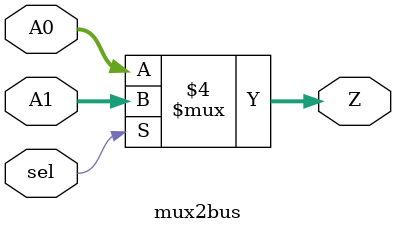
<source format=v>
/**
  File: mux_lib.v
  Abstract: Ѕиблиотека с мультиплексорами.
  
*/

/**
  Abstract: ћультиплексор 2xWIDTH в 1
  
  Connect:
  mux2bus #(.WIDTH()) 
    label_mux2b1(
      .sel(), 
    .A0(), .A1(), 
    .Z());
*/
module mux2bus(sel, A0, A1, Z);
  parameter WIDTH = 8;
  input sel;
  input [WIDTH-1:0] A0, A1;
  output reg[WIDTH-1:0] Z;
  // logic
  always @(sel or A0 or A1)
    begin
    if(sel == 1)
      Z = A1;
    else
      Z = A0;
  end
endmodule

</source>
